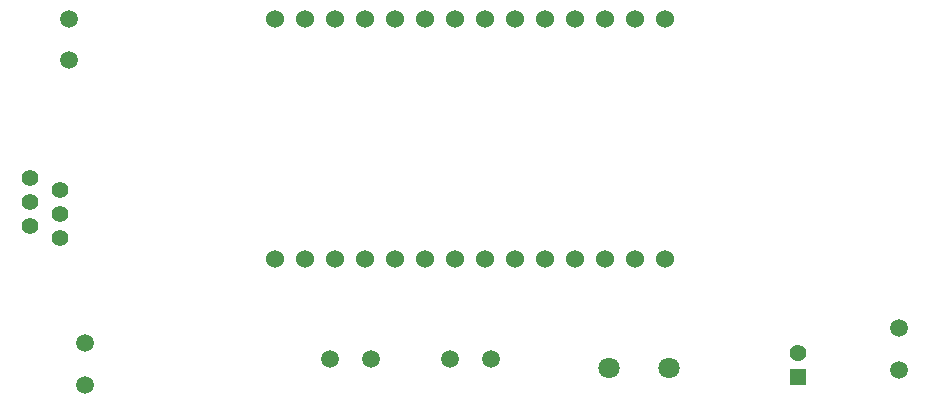
<source format=gbs>
G04 #@! TF.GenerationSoftware,KiCad,Pcbnew,5.1.5+dfsg1-2build2*
G04 #@! TF.CreationDate,2022-04-22T12:54:42+02:00*
G04 #@! TF.ProjectId,Shield,53686965-6c64-42e6-9b69-6361645f7063,1.0*
G04 #@! TF.SameCoordinates,Original*
G04 #@! TF.FileFunction,Soldermask,Bot*
G04 #@! TF.FilePolarity,Negative*
%FSLAX46Y46*%
G04 Gerber Fmt 4.6, Leading zero omitted, Abs format (unit mm)*
G04 Created by KiCad (PCBNEW 5.1.5+dfsg1-2build2) date 2022-04-22 12:54:42*
%MOMM*%
%LPD*%
G04 APERTURE LIST*
%ADD10C,1.500000*%
%ADD11C,1.524000*%
%ADD12C,1.400000*%
%ADD13C,1.800000*%
%ADD14C,1.425000*%
%ADD15R,1.425000X1.425000*%
G04 APERTURE END LIST*
D10*
X72847200Y-99512000D03*
X72847200Y-96012000D03*
X141782800Y-98242000D03*
X141782800Y-94742000D03*
D11*
X88900000Y-88900000D03*
X91440000Y-88900000D03*
X93980000Y-88900000D03*
X96520000Y-88900000D03*
X99060000Y-88900000D03*
X101600000Y-88900000D03*
X104140000Y-88900000D03*
X106680000Y-88900000D03*
X109220000Y-88900000D03*
X111760000Y-88900000D03*
X114300000Y-88900000D03*
X116840000Y-88900000D03*
X119380000Y-88900000D03*
X121920000Y-88900000D03*
X88900000Y-68580000D03*
X91440000Y-68580000D03*
X93980000Y-68580000D03*
X96520000Y-68580000D03*
X99060000Y-68580000D03*
X101600000Y-68580000D03*
X104140000Y-68580000D03*
X106680000Y-68580000D03*
X109220000Y-68580000D03*
X111760000Y-68580000D03*
X114300000Y-68580000D03*
X116840000Y-68580000D03*
X119380000Y-68580000D03*
X121920000Y-68580000D03*
D12*
X68224400Y-82022000D03*
X70764400Y-83042000D03*
X68224400Y-84062000D03*
X70764400Y-85082000D03*
X68224400Y-86102000D03*
X70764400Y-87122000D03*
D13*
X122275600Y-98094800D03*
X117195600Y-98094800D03*
D10*
X71526400Y-72029200D03*
X71526400Y-68529200D03*
X107233600Y-97332800D03*
X103733600Y-97332800D03*
X97073600Y-97332800D03*
X93573600Y-97332800D03*
D14*
X133197600Y-96856800D03*
D15*
X133197600Y-98856800D03*
M02*

</source>
